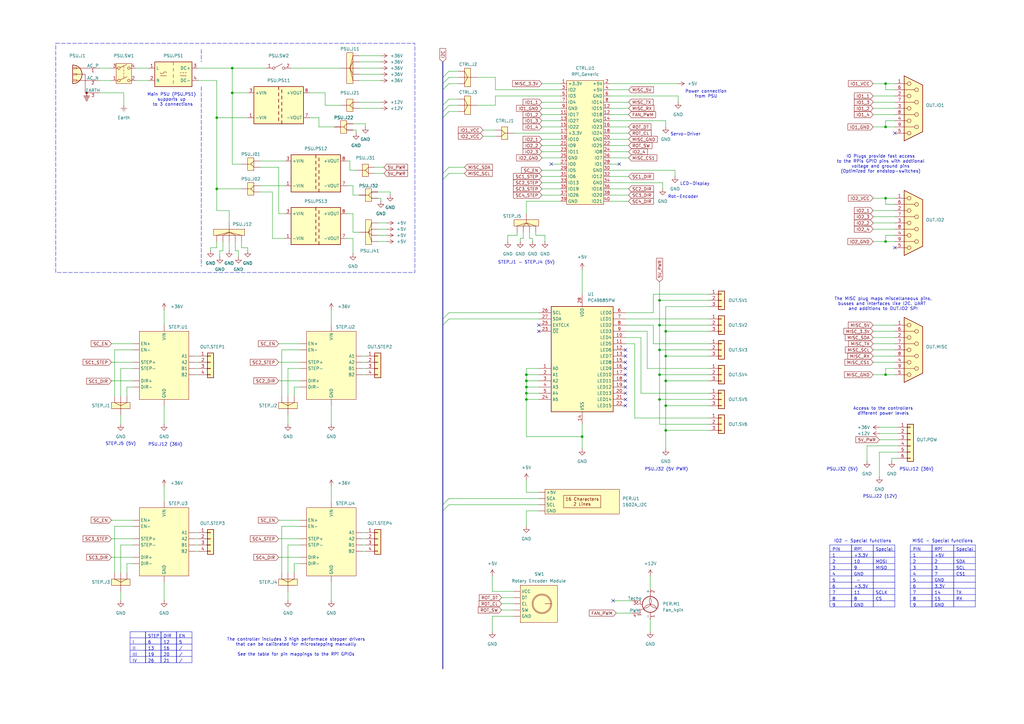
<source format=kicad_sch>
(kicad_sch (version 20250114) (generator "eeschema") (generator_version "9.0")
  (paper "A3")
  (title_block (title "RDX - Robot Driver Mk.X") (date "2026-02-15") (rev "1.0.0") (company "CornerLab") (comment 1 "Universal Robot Driver") (comment 2 "400W"))
  (rectangle (start 22.86 17.78) (end 170.18 111.76) (stroke (width 0) (type dash)))
  (text "Access to the controllers\ndifferent power levels" (at 362.204 168.656 0) (effects (font (size 1.27 1.27))))
  (text "IO Plugs provide fast access\nto the RPis GPIO pins with addtional\nvoltage and ground pins\n(Optimized for endstop-switches)" (at 361.188 67.31 0) (effects (font (size 1.27 1.27))))
  (text "Rot-Encoder" (at 280.162 80.772 0) (effects (font (size 1.27 1.27))))
  (text "The MISC plug maps miscellaneous pins,\nbusses and interfaces like I2C. UART \nand additions to OUT.IO2 SPI" (at 362.204 124.714 0) (effects (font (size 1.27 1.27))))
  (text "Main PSU (PSU.PS1) \nsupports up \nto 3 connections" (at 70.866 40.894 0) (effects (font (size 1.27 1.27))))
  (text "MISC - Special functions" (at 386.588 221.996 0) (effects (font (size 1.27 1.27))))
  (text "PSU.J22 (12V)" (at 360.934 203.708 0) (effects (font (size 1.27 1.27))))
  (text "IO2 - Special functions" (at 353.822 221.996 0) (effects (font (size 1.27 1.27))))
  (text "Power connection\nfrom PSU" (at 289.56 38.608 0) (effects (font (size 1.27 1.27))))
  (text "LCD-Display" (at 284.988 75.438 0) (effects (font (size 1.27 1.27))))
  (text "Servo-Driver" (at 281.178 55.118 0) (effects (font (size 1.27 1.27))))
  (text "PSU.J32 (5V)" (at 345.44 192.532 0) (effects (font (size 1.27 1.27))))
  (text "PSU.J32 (5V PWR)" (at 273.304 192.532 0) (effects (font (size 1.27 1.27))))
  (text "PSU.J12 (36V)" (at 375.92 192.532 0) (effects (font (size 1.27 1.27))))
  (text "The controller includes 3 high performace stepper drivers\nthat can be calibrated for microstepping manually\n\nSee the table for pin mappings to the RPi GPIOs" (at 121.412 265.43 0) (effects (font (size 1.27 1.27))))
  (text "STEP.J1 - STEP.J4 (5V)" (at 215.9 107.696 0) (effects (font (size 1.27 1.27))))
  (text "PSU.J12 (36V)" (at 67.818 182.372 0) (effects (font (size 1.27 1.27))))
  (text "STEP.J5 (5V)" (at 49.53 182.118 0) (effects (font (size 1.27 1.27))))
  (junction (at 270.51 133.35))
  (junction (at 363.22 34.29))
  (junction (at 88.9 77.47))
  (junction (at 273.05 156.21))
  (junction (at 363.22 153.67))
  (junction (at 270.51 143.51))
  (junction (at 270.51 163.83))
  (junction (at 88.9 48.26))
  (junction (at 363.22 99.06))
  (junction (at 95.25 27.94))
  (junction (at 273.05 176.53))
  (junction (at 273.05 146.05))
  (junction (at 270.51 123.19))
  (junction (at 215.9 158.75))
  (junction (at 238.76 179.07))
  (junction (at 215.9 153.67))
  (junction (at 95.25 38.1))
  (junction (at 215.9 161.29))
  (junction (at 363.22 52.07))
  (junction (at 363.22 81.28))
  (junction (at 215.9 156.21))
  (junction (at 273.05 166.37))
  (junction (at 215.9 163.83))
  (junction (at 270.51 153.67))
  (junction (at 273.05 135.89))
  (no_connect (at 367.03 101.6))
  (no_connect (at 256.54 148.59))
  (no_connect (at 256.54 161.29))
  (no_connect (at 220.98 133.35))
  (no_connect (at 367.03 54.61))
  (no_connect (at 251.46 246.38))
  (no_connect (at 256.54 143.51))
  (no_connect (at 256.54 163.83))
  (no_connect (at 256.54 166.37))
  (no_connect (at 256.54 153.67))
  (no_connect (at 226.06 67.31))
  (no_connect (at 254 67.31))
  (no_connect (at 256.54 151.13))
  (no_connect (at 220.98 135.89))
  (no_connect (at 256.54 158.75))
  (no_connect (at 256.54 156.21))
  (no_connect (at 256.54 146.05))
  (bus_entry (at 184.15 43.18) (size -2.54 2.54))
  (bus_entry (at 184.15 71.12) (size -2.54 2.54))
  (bus_entry (at 184.15 31.75) (size -2.54 2.54))
  (bus_entry (at 184.15 40.64) (size -2.54 2.54))
  (bus_entry (at 184.15 128.27) (size -2.54 2.54))
  (bus_entry (at 184.15 68.58) (size -2.54 2.54))
  (bus_entry (at 184.15 130.81) (size -2.54 2.54))
  (bus_entry (at 184.15 34.29) (size -2.54 2.54))
  (bus_entry (at 184.15 204.47) (size -2.54 2.54))
  (bus_entry (at 184.15 207.01) (size -2.54 2.54))
  (bus_entry (at 184.15 45.72) (size -2.54 2.54))
  (bus_entry (at 184.15 29.21) (size -2.54 2.54))
  (wire (pts (xy 250.19 62.23) (xy 257.81 62.23)))
  (wire (pts (xy 358.14 135.89) (xy 367.03 135.89)))
  (wire (pts (xy 222.25 69.85) (xy 229.87 69.85)))
  (wire (pts (xy 119.38 27.94) (xy 139.7 27.94)))
  (wire (pts (xy 276.86 69.85) (xy 250.19 69.85)))
  (wire (pts (xy 133.35 43.18) (xy 139.7 43.18)))
  (wire (pts (xy 250.19 72.39) (xy 257.81 72.39)))
  (wire (pts (xy 363.22 83.82) (xy 367.03 83.82)))
  (wire (pts (xy 88.9 77.47) (xy 99.06 77.47)))
  (wire (pts (xy 144.78 80.01) (xy 144.78 76.2)))
  (wire (pts (xy 146.05 53.34) (xy 146.05 54.61)))
  (wire (pts (xy 201.93 252.73) (xy 210.82 252.73)))
  (wire (pts (xy 80.01 148.59) (xy 81.28 148.59)))
  (wire (pts (xy 273.05 146.05) (xy 273.05 156.21)))
  (wire (pts (xy 80.01 226.06) (xy 81.28 226.06)))
  (wire (pts (xy 205.74 245.11) (xy 210.82 245.11)))
  (wire (pts (xy 46.99 143.51) (xy 54.61 143.51)))
  (wire (pts (xy 358.14 46.99) (xy 367.03 46.99)))
  (wire (pts (xy 266.7 254) (xy 266.7 259.08)))
  (wire (pts (xy 144.78 87.63) (xy 142.24 87.63)))
  (wire (pts (xy 148.59 218.44) (xy 149.86 218.44)))
  (wire (pts (xy 273.05 176.53) (xy 273.05 184.15)))
  (wire (pts (xy 251.46 246.38) (xy 259.08 246.38)))
  (wire (pts (xy 358.14 88.9) (xy 367.03 88.9)))
  (wire (pts (xy 114.3 87.63) (xy 116.84 87.63)))
  (wire (pts (xy 265.43 151.13) (xy 290.83 151.13)))
  (wire (pts (xy 88.9 33.02) (xy 81.28 33.02)))
  (wire (pts (xy 114.3 148.59) (xy 123.19 148.59)))
  (wire (pts (xy 99.06 99.06) (xy 99.06 101.6)))
  (wire (pts (xy 203.2 31.75) (xy 203.2 36.83)))
  (wire (pts (xy 260.35 171.45) (xy 290.83 171.45)))
  (wire (pts (xy 270.51 123.19) (xy 290.83 123.19)))
  (wire (pts (xy 250.19 41.91) (xy 257.81 41.91)))
  (wire (pts (xy 97.79 105.41) (xy 97.79 102.87)))
  (wire (pts (xy 184.15 130.81) (xy 220.98 130.81)))
  (wire (pts (xy 49.53 170.18) (xy 49.53 173.99)))
  (wire (pts (xy 118.11 170.18) (xy 118.11 173.99)))
  (wire (pts (xy 184.15 204.47) (xy 220.98 204.47)))
  (wire (pts (xy 271.78 77.47) (xy 271.78 74.93)))
  (wire (pts (xy 205.74 247.65) (xy 210.82 247.65)))
  (wire (pts (xy 238.76 179.07) (xy 238.76 184.15)))
  (wire (pts (xy 106.68 78.74) (xy 111.76 78.74)))
  (wire (pts (xy 52.07 234.95) (xy 52.07 231.14)))
  (wire (pts (xy 144.78 97.79) (xy 142.24 97.79)))
  (wire (pts (xy 250.19 74.93) (xy 271.78 74.93)))
  (wire (pts (xy 276.86 72.39) (xy 276.86 69.85)))
  (wire (pts (xy 55.88 27.94) (xy 60.96 27.94)))
  (wire (pts (xy 360.68 195.58) (xy 360.68 185.42)))
  (wire (pts (xy 80.01 220.98) (xy 81.28 220.98)))
  (wire (pts (xy 215.9 158.75) (xy 215.9 161.29)))
  (wire (pts (xy 260.35 140.97) (xy 260.35 171.45)))
  (wire (pts (xy 184.15 43.18) (xy 187.96 43.18)))
  (wire (pts (xy 238.76 110.49) (xy 238.76 120.65)))
  (wire (pts (xy 250.19 39.37) (xy 278.13 39.37)))
  (wire (pts (xy 270.51 133.35) (xy 270.51 143.51)))
  (wire (pts (xy 215.9 163.83) (xy 220.98 163.83)))
  (wire (pts (xy 215.9 179.07) (xy 238.76 179.07)))
  (wire (pts (xy 101.6 101.6) (xy 99.06 101.6)))
  (wire (pts (xy 93.98 99.06) (xy 93.98 102.87)))
  (wire (pts (xy 250.19 59.69) (xy 257.81 59.69)))
  (wire (pts (xy 95.25 67.31) (xy 99.06 67.31)))
  (wire (pts (xy 363.22 96.52) (xy 367.03 96.52)))
  (bus (pts (xy 181.61 31.75) (xy 181.61 34.29)))
  (wire (pts (xy 114.3 140.97) (xy 123.19 140.97)))
  (wire (pts (xy 273.05 135.89) (xy 290.83 135.89)))
  (wire (pts (xy 184.15 40.64) (xy 187.96 40.64)))
  (wire (pts (xy 115.57 234.95) (xy 115.57 215.9)))
  (wire (pts (xy 67.31 127) (xy 67.31 133.35)))
  (wire (pts (xy 208.28 96.52) (xy 212.09 96.52)))
  (wire (pts (xy 114.3 220.98) (xy 123.19 220.98)))
  (wire (pts (xy 52.07 231.14) (xy 54.61 231.14)))
  (wire (pts (xy 50.8 43.18) (xy 50.8 38.1)))
  (wire (pts (xy 262.89 161.29) (xy 290.83 161.29)))
  (wire (pts (xy 363.22 151.13) (xy 367.03 151.13)))
  (wire (pts (xy 358.14 52.07) (xy 363.22 52.07)))
  (wire (pts (xy 256.54 128.27) (xy 267.97 128.27)))
  (wire (pts (xy 363.22 153.67) (xy 367.03 153.67)))
  (wire (pts (xy 81.28 27.94) (xy 95.25 27.94)))
  (wire (pts (xy 267.97 120.65) (xy 267.97 128.27)))
  (wire (pts (xy 45.72 220.98) (xy 54.61 220.98)))
  (wire (pts (xy 144.78 53.34) (xy 146.05 53.34)))
  (wire (pts (xy 238.76 173.99) (xy 238.76 179.07)))
  (wire (pts (xy 93.98 86.36) (xy 88.9 86.36)))
  (wire (pts (xy 358.14 140.97) (xy 367.03 140.97)))
  (wire (pts (xy 154.94 99.06) (xy 158.75 99.06)))
  (wire (pts (xy 358.14 93.98) (xy 367.03 93.98)))
  (wire (pts (xy 273.05 125.73) (xy 290.83 125.73)))
  (wire (pts (xy 45.72 228.6) (xy 54.61 228.6)))
  (wire (pts (xy 273.05 125.73) (xy 273.05 135.89)))
  (wire (pts (xy 88.9 48.26) (xy 88.9 77.47)))
  (bus (pts (xy 181.61 45.72) (xy 181.61 48.26)))
  (wire (pts (xy 184.15 71.12) (xy 190.5 71.12)))
  (wire (pts (xy 184.15 45.72) (xy 187.96 45.72)))
  (wire (pts (xy 201.93 236.22) (xy 201.93 242.57)))
  (wire (pts (xy 135.89 127) (xy 135.89 133.35)))
  (wire (pts (xy 270.51 153.67) (xy 290.83 153.67)))
  (wire (pts (xy 358.14 99.06) (xy 363.22 99.06)))
  (wire (pts (xy 95.25 38.1) (xy 101.6 38.1)))
  (wire (pts (xy 363.22 34.29) (xy 367.03 34.29)))
  (wire (pts (xy 226.06 67.31) (xy 229.87 67.31)))
  (bus (pts (xy 181.61 43.18) (xy 181.61 45.72)))
  (wire (pts (xy 88.9 101.6) (xy 88.9 99.06)))
  (wire (pts (xy 80.01 223.52) (xy 81.28 223.52)))
  (wire (pts (xy 256.54 133.35) (xy 267.97 133.35)))
  (wire (pts (xy 49.53 242.57) (xy 49.53 246.38)))
  (wire (pts (xy 198.12 53.34) (xy 203.2 53.34)))
  (wire (pts (xy 358.14 34.29) (xy 363.22 34.29)))
  (wire (pts (xy 267.97 120.65) (xy 290.83 120.65)))
  (wire (pts (xy 118.11 223.52) (xy 123.19 223.52)))
  (wire (pts (xy 215.9 161.29) (xy 215.9 163.83)))
  (wire (pts (xy 154.94 78.74) (xy 160.02 78.74)))
  (wire (pts (xy 46.99 234.95) (xy 46.99 215.9)))
  (wire (pts (xy 222.25 72.39) (xy 229.87 72.39)))
  (wire (pts (xy 222.25 74.93) (xy 229.87 74.93)))
  (wire (pts (xy 52.07 162.56) (xy 52.07 158.75)))
  (wire (pts (xy 214.63 95.25) (xy 214.63 97.79)))
  (wire (pts (xy 80.01 153.67) (xy 81.28 153.67)))
  (wire (pts (xy 148.59 148.59) (xy 149.86 148.59)))
  (wire (pts (xy 55.88 33.02) (xy 60.96 33.02)))
  (wire (pts (xy 195.58 43.18) (xy 203.2 43.18)))
  (wire (pts (xy 256.54 140.97) (xy 260.35 140.97)))
  (bus (pts (xy 181.61 133.35) (xy 181.61 207.01)))
  (bus (pts (xy 181.61 71.12) (xy 181.61 73.66)))
  (wire (pts (xy 40.64 27.94) (xy 45.72 27.94)))
  (wire (pts (xy 45.72 148.59) (xy 54.61 148.59)))
  (wire (pts (xy 45.72 156.21) (xy 54.61 156.21)))
  (wire (pts (xy 114.3 156.21) (xy 123.19 156.21)))
  (wire (pts (xy 40.64 33.02) (xy 45.72 33.02)))
  (wire (pts (xy 250.19 52.07) (xy 257.81 52.07)))
  (wire (pts (xy 250.19 77.47) (xy 257.81 77.47)))
  (wire (pts (xy 184.15 68.58) (xy 190.5 68.58)))
  (wire (pts (xy 106.68 76.2) (xy 116.84 76.2)))
  (wire (pts (xy 147.32 25.4) (xy 156.21 25.4)))
  (wire (pts (xy 144.78 50.8) (xy 149.86 50.8)))
  (wire (pts (xy 184.15 31.75) (xy 187.96 31.75)))
  (wire (pts (xy 147.32 41.91) (xy 156.21 41.91)))
  (wire (pts (xy 215.9 153.67) (xy 220.98 153.67)))
  (wire (pts (xy 365.76 187.96) (xy 368.3 187.96)))
  (wire (pts (xy 201.93 259.08) (xy 201.93 252.73)))
  (wire (pts (xy 212.09 96.52) (xy 212.09 95.25)))
  (wire (pts (xy 222.25 62.23) (xy 229.87 62.23)))
  (wire (pts (xy 106.68 68.58) (xy 114.3 68.58)))
  (wire (pts (xy 147.32 22.86) (xy 156.21 22.86)))
  (wire (pts (xy 250.19 82.55) (xy 257.81 82.55)))
  (wire (pts (xy 358.14 86.36) (xy 367.03 86.36)))
  (wire (pts (xy 256.54 135.89) (xy 265.43 135.89)))
  (wire (pts (xy 229.87 39.37) (xy 203.2 39.37)))
  (wire (pts (xy 101.6 102.87) (xy 101.6 101.6)))
  (wire (pts (xy 147.32 33.02) (xy 156.21 33.02)))
  (wire (pts (xy 203.2 39.37) (xy 203.2 43.18)))
  (polyline (pts (xy 82.55 20.32) (xy 82.55 25.4)) (stroke (width 0) (type dash)))
  (wire (pts (xy 97.79 102.87) (xy 96.52 102.87)))
  (wire (pts (xy 273.05 166.37) (xy 290.83 166.37)))
  (wire (pts (xy 363.22 34.29) (xy 363.22 36.83)))
  (wire (pts (xy 222.25 80.01) (xy 229.87 80.01)))
  (wire (pts (xy 148.59 146.05) (xy 149.86 146.05)))
  (wire (pts (xy 120.65 231.14) (xy 123.19 231.14)))
  (wire (pts (xy 273.05 135.89) (xy 273.05 146.05)))
  (wire (pts (xy 250.19 54.61) (xy 257.81 54.61)))
  (wire (pts (xy 358.14 41.91) (xy 367.03 41.91)))
  (wire (pts (xy 250.19 64.77) (xy 257.81 64.77)))
  (wire (pts (xy 217.17 95.25) (xy 217.17 97.79)))
  (wire (pts (xy 118.11 162.56) (xy 118.11 151.13)))
  (wire (pts (xy 218.44 97.79) (xy 217.17 97.79)))
  (wire (pts (xy 358.14 81.28) (xy 363.22 81.28)))
  (wire (pts (xy 363.22 99.06) (xy 367.03 99.06)))
  (wire (pts (xy 215.9 161.29) (xy 220.98 161.29)))
  (wire (pts (xy 184.15 207.01) (xy 220.98 207.01)))
  (wire (pts (xy 144.78 76.2) (xy 142.24 76.2)))
  (wire (pts (xy 363.22 52.07) (xy 363.22 49.53)))
  (wire (pts (xy 45.72 140.97) (xy 54.61 140.97)))
  (wire (pts (xy 147.32 44.45) (xy 156.21 44.45)))
  (wire (pts (xy 363.22 81.28) (xy 367.03 81.28)))
  (wire (pts (xy 86.36 101.6) (xy 86.36 102.87)))
  (wire (pts (xy 218.44 99.06) (xy 218.44 97.79)))
  (wire (pts (xy 95.25 67.31) (xy 95.25 38.1)))
  (bus (pts (xy 181.61 34.29) (xy 181.61 36.83)))
  (wire (pts (xy 215.9 163.83) (xy 215.9 179.07)))
  (wire (pts (xy 252.73 251.46) (xy 259.08 251.46)))
  (wire (pts (xy 363.22 52.07) (xy 367.03 52.07)))
  (wire (pts (xy 270.51 153.67) (xy 270.51 163.83)))
  (wire (pts (xy 222.25 46.99) (xy 229.87 46.99)))
  (wire (pts (xy 222.25 57.15) (xy 229.87 57.15)))
  (wire (pts (xy 80.01 151.13) (xy 81.28 151.13)))
  (wire (pts (xy 355.6 182.88) (xy 368.3 182.88)))
  (wire (pts (xy 358.14 44.45) (xy 367.03 44.45)))
  (bus (pts (xy 181.61 130.81) (xy 181.61 133.35)))
  (wire (pts (xy 130.81 48.26) (xy 130.81 52.07)))
  (wire (pts (xy 250.19 80.01) (xy 257.81 80.01)))
  (wire (pts (xy 46.99 215.9) (xy 54.61 215.9)))
  (wire (pts (xy 363.22 99.06) (xy 363.22 96.52)))
  (wire (pts (xy 273.05 166.37) (xy 273.05 176.53)))
  (wire (pts (xy 219.71 96.52) (xy 223.52 96.52)))
  (wire (pts (xy 273.05 146.05) (xy 290.83 146.05)))
  (wire (pts (xy 273.05 156.21) (xy 273.05 166.37)))
  (wire (pts (xy 153.67 68.58) (xy 157.48 68.58)))
  (wire (pts (xy 267.97 140.97) (xy 290.83 140.97)))
  (wire (pts (xy 273.05 156.21) (xy 290.83 156.21)))
  (wire (pts (xy 278.13 39.37) (xy 278.13 41.91)))
  (wire (pts (xy 148.59 153.67) (xy 149.86 153.67)))
  (wire (pts (xy 144.78 95.25) (xy 144.78 87.63)))
  (wire (pts (xy 80.01 146.05) (xy 81.28 146.05)))
  (wire (pts (xy 222.25 41.91) (xy 229.87 41.91)))
  (wire (pts (xy 250.19 34.29) (xy 278.13 34.29)))
  (wire (pts (xy 154.94 81.28) (xy 156.21 81.28)))
  (wire (pts (xy 114.3 213.36) (xy 123.19 213.36)))
  (wire (pts (xy 149.86 50.8) (xy 149.86 52.07)))
  (wire (pts (xy 49.53 151.13) (xy 54.61 151.13)))
  (wire (pts (xy 95.25 27.94) (xy 109.22 27.94)))
  (wire (pts (xy 215.9 209.55) (xy 215.9 215.9)))
  (wire (pts (xy 215.9 151.13) (xy 215.9 153.67)))
  (wire (pts (xy 222.25 59.69) (xy 229.87 59.69)))
  (wire (pts (xy 45.72 213.36) (xy 54.61 213.36)))
  (wire (pts (xy 184.15 34.29) (xy 187.96 34.29)))
  (wire (pts (xy 250.19 46.99) (xy 257.81 46.99)))
  (wire (pts (xy 360.68 180.34) (xy 368.3 180.34)))
  (wire (pts (xy 358.14 143.51) (xy 367.03 143.51)))
  (wire (pts (xy 154.94 91.44) (xy 158.75 91.44)))
  (wire (pts (xy 358.14 146.05) (xy 367.03 146.05)))
  (wire (pts (xy 156.21 81.28) (xy 156.21 82.55)))
  (wire (pts (xy 88.9 86.36) (xy 88.9 77.47)))
  (wire (pts (xy 215.9 156.21) (xy 215.9 158.75)))
  (wire (pts (xy 147.32 80.01) (xy 144.78 80.01)))
  (wire (pts (xy 215.9 82.55) (xy 229.87 82.55)))
  (wire (pts (xy 363.22 36.83) (xy 367.03 36.83)))
  (wire (pts (xy 273.05 49.53) (xy 250.19 49.53)))
  (wire (pts (xy 115.57 215.9) (xy 123.19 215.9)))
  (wire (pts (xy 270.51 123.19) (xy 270.51 133.35)))
  (wire (pts (xy 91.44 102.87) (xy 91.44 99.06)))
  (wire (pts (xy 114.3 228.6) (xy 123.19 228.6)))
  (wire (pts (xy 270.51 143.51) (xy 290.83 143.51)))
  (wire (pts (xy 358.14 148.59) (xy 367.03 148.59)))
  (wire (pts (xy 86.36 101.6) (xy 88.9 101.6)))
  (wire (pts (xy 90.17 105.41) (xy 90.17 102.87)))
  (wire (pts (xy 360.68 185.42) (xy 368.3 185.42)))
  (wire (pts (xy 358.14 39.37) (xy 367.03 39.37)))
  (wire (pts (xy 363.22 49.53) (xy 367.03 49.53)))
  (wire (pts (xy 96.52 102.87) (xy 96.52 99.06)))
  (wire (pts (xy 80.01 218.44) (xy 81.28 218.44)))
  (wire (pts (xy 49.53 234.95) (xy 49.53 223.52)))
  (wire (pts (xy 52.07 158.75) (xy 54.61 158.75)))
  (bus (pts (xy 181.61 73.66) (xy 181.61 130.81)))
  (wire (pts (xy 273.05 176.53) (xy 290.83 176.53)))
  (wire (pts (xy 115.57 143.51) (xy 123.19 143.51)))
  (wire (pts (xy 215.9 196.85) (xy 215.9 201.93)))
  (wire (pts (xy 88.9 48.26) (xy 101.6 48.26)))
  (wire (pts (xy 210.82 54.61) (xy 229.87 54.61)))
  (bus (pts (xy 181.61 207.01) (xy 181.61 209.55)))
  (wire (pts (xy 120.65 158.75) (xy 123.19 158.75)))
  (wire (pts (xy 220.98 151.13) (xy 215.9 151.13)))
  (wire (pts (xy 270.51 115.57) (xy 270.51 123.19)))
  (wire (pts (xy 222.25 44.45) (xy 229.87 44.45)))
  (polyline (pts (xy 82.55 35.56) (xy 82.55 109.22)) (stroke (width 0) (type dash)))
  (bus (pts (xy 181.61 48.26) (xy 181.61 71.12)))
  (wire (pts (xy 143.51 66.04) (xy 142.24 66.04)))
  (wire (pts (xy 270.51 163.83) (xy 290.83 163.83)))
  (wire (pts (xy 130.81 52.07) (xy 137.16 52.07)))
  (wire (pts (xy 148.59 223.52) (xy 149.86 223.52)))
  (wire (pts (xy 365.76 189.23) (xy 365.76 187.96)))
  (wire (pts (xy 358.14 91.44) (xy 367.03 91.44)))
  (wire (pts (xy 118.11 151.13) (xy 123.19 151.13)))
  (wire (pts (xy 147.32 27.94) (xy 156.21 27.94)))
  (wire (pts (xy 144.78 95.25) (xy 147.32 95.25)))
  (wire (pts (xy 215.9 153.67) (xy 215.9 156.21)))
  (wire (pts (xy 127 38.1) (xy 133.35 38.1)))
  (wire (pts (xy 67.31 199.39) (xy 67.31 205.74)))
  (wire (pts (xy 88.9 48.26) (xy 88.9 33.02)))
  (wire (pts (xy 118.11 242.57) (xy 118.11 246.38)))
  (wire (pts (xy 49.53 223.52) (xy 54.61 223.52)))
  (wire (pts (xy 135.89 199.39) (xy 135.89 205.74)))
  (wire (pts (xy 144.78 104.14) (xy 144.78 97.79)))
  (wire (pts (xy 153.67 71.12) (xy 157.48 71.12)))
  (wire (pts (xy 250.19 36.83) (xy 257.81 36.83)))
  (wire (pts (xy 95.25 27.94) (xy 95.25 38.1)))
  (wire (pts (xy 133.35 38.1) (xy 133.35 43.18)))
  (wire (pts (xy 184.15 29.21) (xy 187.96 29.21)))
  (wire (pts (xy 120.65 162.56) (xy 120.65 158.75)))
  (wire (pts (xy 67.31 238.76) (xy 67.31 246.38)))
  (wire (pts (xy 363.22 81.28) (xy 363.22 83.82)))
  (wire (pts (xy 115.57 162.56) (xy 115.57 143.51)))
  (bus (pts (xy 181.61 209.55) (xy 181.61 274.32)))
  (wire (pts (xy 49.53 162.56) (xy 49.53 151.13)))
  (wire (pts (xy 222.25 49.53) (xy 229.87 49.53)))
  (wire (pts (xy 148.59 220.98) (xy 149.86 220.98)))
  (wire (pts (xy 223.52 96.52) (xy 223.52 99.06)))
  (wire (pts (xy 222.25 64.77) (xy 229.87 64.77)))
  (wire (pts (xy 358.14 138.43) (xy 367.03 138.43)))
  (wire (pts (xy 148.59 226.06) (xy 149.86 226.06)))
  (wire (pts (xy 143.51 69.85) (xy 143.51 66.04)))
  (wire (pts (xy 111.76 97.79) (xy 116.84 97.79)))
  (wire (pts (xy 215.9 158.75) (xy 220.98 158.75)))
  (wire (pts (xy 120.65 234.95) (xy 120.65 231.14)))
  (wire (pts (xy 213.36 97.79) (xy 214.63 97.79)))
  (wire (pts (xy 265.43 135.89) (xy 265.43 151.13)))
  (wire (pts (xy 266.7 236.22) (xy 266.7 241.3)))
  (wire (pts (xy 198.12 55.88) (xy 203.2 55.88)))
  (wire (pts (xy 256.54 130.81) (xy 290.83 130.81)))
  (wire (pts (xy 262.89 138.43) (xy 262.89 161.29)))
  (wire (pts (xy 222.25 34.29) (xy 229.87 34.29)))
  (wire (pts (xy 222.25 77.47) (xy 229.87 77.47)))
  (wire (pts (xy 130.81 48.26) (xy 127 48.26)))
  (wire (pts (xy 213.36 99.06) (xy 213.36 97.79)))
  (wire (pts (xy 111.76 78.74) (xy 111.76 97.79)))
  (wire (pts (xy 201.93 242.57) (xy 210.82 242.57)))
  (wire (pts (xy 215.9 156.21) (xy 220.98 156.21)))
  (wire (pts (xy 215.9 209.55) (xy 220.98 209.55)))
  (wire (pts (xy 360.68 177.8) (xy 368.3 177.8)))
  (bus (pts (xy 181.61 25.4) (xy 181.61 31.75)))
  (wire (pts (xy 195.58 31.75) (xy 203.2 31.75)))
  (wire (pts (xy 267.97 133.35) (xy 267.97 140.97)))
  (wire (pts (xy 270.51 133.35) (xy 290.83 133.35)))
  (wire (pts (xy 273.05 52.07) (xy 273.05 49.53)))
  (wire (pts (xy 256.54 138.43) (xy 262.89 138.43)))
  (wire (pts (xy 114.3 68.58) (xy 114.3 87.63)))
  (wire (pts (xy 203.2 36.83) (xy 229.87 36.83)))
  (wire (pts (xy 355.6 189.23) (xy 355.6 182.88)))
  (wire (pts (xy 154.94 93.98) (xy 158.75 93.98)))
  (wire (pts (xy 67.31 166.37) (xy 67.31 173.99)))
  (wire (pts (xy 148.59 151.13) (xy 149.86 151.13)))
  (wire (pts (xy 270.51 163.83) (xy 270.51 173.99)))
  (wire (pts (xy 358.14 153.67) (xy 363.22 153.67)))
  (wire (pts (xy 358.14 133.35) (xy 367.03 133.35)))
  (wire (pts (xy 118.11 234.95) (xy 118.11 223.52)))
  (wire (pts (xy 135.89 166.37) (xy 135.89 173.99)))
  (wire (pts (xy 222.25 52.07) (xy 229.87 52.07)))
  (bus (pts (xy 181.61 36.83) (xy 181.61 43.18)))
  (wire (pts (xy 90.17 102.87) (xy 91.44 102.87)))
  (wire (pts (xy 106.68 66.04) (xy 116.84 66.04)))
  (wire (pts (xy 147.32 30.48) (xy 156.21 30.48)))
  (wire (pts (xy 184.15 128.27) (xy 220.98 128.27)))
  (wire (pts (xy 50.8 38.1) (xy 40.64 38.1)))
  (wire (pts (xy 363.22 153.67) (xy 363.22 151.13)))
  (wire (pts (xy 215.9 201.93) (xy 220.98 201.93)))
  (wire (pts (xy 360.68 175.26) (xy 368.3 175.26)))
  (wire (pts (xy 270.51 143.51) (xy 270.51 153.67)))
  (wire (pts (xy 143.51 69.85) (xy 146.05 69.85)))
  (wire (pts (xy 93.98 91.44) (xy 93.98 86.36)))
  (wire (pts (xy 160.02 78.74) (xy 160.02 80.01)))
  (wire (pts (xy 215.9 87.63) (xy 215.9 82.55)))
  (wire (pts (xy 250.19 44.45) (xy 257.81 44.45)))
  (wire (pts (xy 135.89 238.76) (xy 135.89 246.38)))
  (wire (pts (xy 208.28 99.06) (xy 208.28 96.52)))
  (wire (pts (xy 250.19 67.31) (xy 254 67.31)))
  (wire (pts (xy 270.51 173.99) (xy 290.83 173.99)))
  (wire (pts (xy 250.19 57.15) (xy 257.81 57.15)))
  (wire (pts (xy 154.94 96.52) (xy 158.75 96.52)))
  (wire (pts (xy 46.99 162.56) (xy 46.99 143.51)))
  (wire (pts (xy 205.74 250.19) (xy 210.82 250.19)))
  (wire (pts (xy 219.71 95.25) (xy 219.71 96.52)))
  (table (column_count 1) (border (external yes) (header yes)) (separators (rows yes) (cols yes)) (column_widths 6.35) (row_heights 2.54 2.54 2.54 2.54 2.54) (cells (table_cell "DIR" (at 66.04 259.08 0) (size 6.35 2.54) (margins 0.9525 0.9525 0.9525 0.9525) (span 1 1)) (table_cell "12" (at 66.04 261.62 0) (size 6.35 2.54) (margins 0.9525 0.9525 0.9525 0.9525) (span 1 1)) (table_cell "16" (at 66.04 264.16 0) (size 6.35 2.54) (margins 0.9525 0.9525 0.9525 0.9525) (span 1 1)) (table_cell "20" (at 66.04 266.7 0) (size 6.35 2.54) (margins 0.9525 0.9525 0.9525 0.9525) (span 1 1)) (table_cell "21" (at 66.04 269.24 0) (size 6.35 2.54) (margins 0.9525 0.9525 0.9525 0.9525) (span 1 1))))
  (table (column_count 1) (border (external yes) (header yes)) (separators (rows yes) (cols yes)) (column_widths 6.35) (row_heights 2.54 2.54 2.54 2.54 2.54) (cells (table_cell "STEP" (at 59.69 259.08 0) (size 6.35 2.54) (margins 0.9525 0.9525 0.9525 0.9525) (span 1 1)) (table_cell "6" (at 59.69 261.62 0) (size 6.35 2.54) (margins 0.9525 0.9525 0.9525 0.9525) (span 1 1)) (table_cell "13" (at 59.69 264.16 0) (size 6.35 2.54) (margins 0.9525 0.9525 0.9525 0.9525) (span 1 1)) (table_cell "19" (at 59.69 266.7 0) (size 6.35 2.54) (margins 0.9525 0.9525 0.9525 0.9525) (span 1 1)) (table_cell "26" (at 59.69 269.24 0) (size 6.35 2.54) (margins 0.9525 0.9525 0.9525 0.9525) (span 1 1))))
  (table (column_count 1) (border (external yes) (header yes)) (separators (rows yes) (cols yes)) (column_widths 6.35) (row_heights 2.54 2.54 2.54 2.54 2.54) (cells (table_cell "" (at 53.34 259.08 0) (size 6.35 2.54) (margins 0.9525 0.9525 0.9525 0.9525) (span 1 1)) (table_cell "I" (at 53.34 261.62 0) (size 6.35 2.54) (margins 0.9525 0.9525 0.9525 0.9525) (span 1 1)) (table_cell "II" (at 53.34 264.16 0) (size 6.35 2.54) (margins 0.9525 0.9525 0.9525 0.9525) (span 1 1)) (table_cell "III" (at 53.34 266.7 0) (size 6.35 2.54) (margins 0.9525 0.9525 0.9525 0.9525) (span 1 1)) (table_cell "IV" (at 53.34 269.24 0) (size 6.35 2.54) (margins 0.9525 0.9525 0.9525 0.9525) (span 1 1))))
  (table (column_count 1) (border (external yes) (header yes)) (separators (rows yes) (cols yes)) (column_widths 6.35) (row_heights 2.54 2.54 2.54 2.54 2.54) (cells (table_cell "EN" (at 72.39 259.08 0) (size 6.35 2.54) (margins 0.9525 0.9525 0.9525 0.9525) (span 1 1)) (table_cell "5" (at 72.39 261.62 0) (size 6.35 2.54) (margins 0.9525 0.9525 0.9525 0.9525) (span 1 1)) (table_cell "/" (at 72.39 264.16 0) (size 6.35 2.54) (margins 0.9525 0.9525 0.9525 0.9525) (span 1 1)) (table_cell "/" (at 72.39 266.7 0) (size 6.35 2.54) (margins 0.9525 0.9525 0.9525 0.9525) (span 1 1)) (table_cell "/" (at 72.39 269.24 0) (size 6.35 2.54) (margins 0.9525 0.9525 0.9525 0.9525) (span 1 1))))
  (table (column_count 1) (border (external yes) (header yes)) (separators (rows yes) (cols yes)) (column_widths 8.89) (row_heights 2.54 2.54 2.54 2.54 2.54 2.54 2.54 2.54 2.54 2.54) (cells (table_cell "Special" (at 391.16 223.52 0) (size 8.89 2.54) (margins 0.9525 0.9525 0.9525 0.9525) (span 1 1)) (table_cell "" (at 391.16 226.06 0) (size 8.89 2.54) (margins 0.9525 0.9525 0.9525 0.9525) (span 1 1)) (table_cell "SDA" (at 391.16 228.6 0) (size 8.89 2.54) (margins 0.9525 0.9525 0.9525 0.9525) (span 1 1)) (table_cell "SCL" (at 391.16 231.14 0) (size 8.89 2.54) (margins 0.9525 0.9525 0.9525 0.9525) (span 1 1)) (table_cell "CS1" (at 391.16 233.68 0) (size 8.89 2.54) (margins 0.9525 0.9525 0.9525 0.9525) (span 1 1)) (table_cell "" (at 391.16 236.22 0) (size 8.89 2.54) (margins 0.9525 0.9525 0.9525 0.9525) (span 1 1)) (table_cell "" (at 391.16 238.76 0) (size 8.89 2.54) (margins 0.9525 0.9525 0.9525 0.9525) (span 1 1)) (table_cell "TX" (at 391.16 241.3 0) (size 8.89 2.54) (margins 0.9525 0.9525 0.9525 0.9525) (span 1 1)) (table_cell "RX" (at 391.16 243.84 0) (size 8.89 2.54) (margins 0.9525 0.9525 0.9525 0.9525) (span 1 1)) (table_cell "" (at 391.16 246.38 0) (size 8.89 2.54) (margins 0.9525 0.9525 0.9525 0.9525) (span 1 1))))
  (table (column_count 1) (border (external yes) (header yes)) (separators (rows yes) (cols yes)) (column_widths 8.89) (row_heights 2.54 2.54 2.54 2.54 2.54 2.54 2.54 2.54 2.54 2.54) (cells (table_cell "PIN" (at 340.36 223.52 0) (size 8.89 2.54) (margins 0.9525 0.9525 0.9525 0.9525) (span 1 1)) (table_cell "1" (at 340.36 226.06 0) (size 8.89 2.54) (margins 0.9525 0.9525 0.9525 0.9525) (span 1 1)) (table_cell "2" (at 340.36 228.6 0) (size 8.89 2.54) (margins 0.9525 0.9525 0.9525 0.9525) (span 1 1)) (table_cell "3" (at 340.36 231.14 0) (size 8.89 2.54) (margins 0.9525 0.9525 0.9525 0.9525) (span 1 1)) (table_cell "4" (at 340.36 233.68 0) (size 8.89 2.54) (margins 0.9525 0.9525 0.9525 0.9525) (span 1 1)) (table_cell "5" (at 340.36 236.22 0) (size 8.89 2.54) (margins 0.9525 0.9525 0.9525 0.9525) (span 1 1)) (table_cell "6" (at 340.36 238.76 0) (size 8.89 2.54) (margins 0.9525 0.9525 0.9525 0.9525) (span 1 1)) (table_cell "7" (at 340.36 241.3 0) (size 8.89 2.54) (margins 0.9525 0.9525 0.9525 0.9525) (span 1 1)) (table_cell "8" (at 340.36 243.84 0) (size 8.89 2.54) (margins 0.9525 0.9525 0.9525 0.9525) (span 1 1)) (table_cell "9" (at 340.36 246.38 0) (size 8.89 2.54) (margins 0.9525 0.9525 0.9525 0.9525) (span 1 1))))
  (table (column_count 1) (border (external yes) (header yes)) (separators (rows yes) (cols yes)) (column_widths 8.89) (row_heights 2.54 2.54 2.54 2.54 2.54 2.54 2.54 2.54 2.54 2.54) (cells (table_cell "PIN" (at 373.38 223.52 0) (size 8.89 2.54) (margins 0.9525 0.9525 0.9525 0.9525) (span 1 1)) (table_cell "1" (at 373.38 226.06 0) (size 8.89 2.54) (margins 0.9525 0.9525 0.9525 0.9525) (span 1 1)) (table_cell "2" (at 373.38 228.6 0) (size 8.89 2.54) (margins 0.9525 0.9525 0.9525 0.9525) (span 1 1)) (table_cell "3" (at 373.38 231.14 0) (size 8.89 2.54) (margins 0.9525 0.9525 0.9525 0.9525) (span 1 1)) (table_cell "4" (at 373.38 233.68 0) (size 8.89 2.54) (margins 0.9525 0.9525 0.9525 0.9525) (span 1 1)) (table_cell "5" (at 373.38 236.22 0) (size 8.89 2.54) (margins 0.9525 0.9525 0.9525 0.9525) (span 1 1)) (table_cell "6" (at 373.38 238.76 0) (size 8.89 2.54) (margins 0.9525 0.9525 0.9525 0.9525) (span 1 1)) (table_cell "7" (at 373.38 241.3 0) (size 8.89 2.54) (margins 0.9525 0.9525 0.9525 0.9525) (span 1 1)) (table_cell "8" (at 373.38 243.84 0) (size 8.89 2.54) (margins 0.9525 0.9525 0.9525 0.9525) (span 1 1)) (table_cell "9" (at 373.38 246.38 0) (size 8.89 2.54) (margins 0.9525 0.9525 0.9525 0.9525) (span 1 1))))
  (table (column_count 1) (border (external yes) (header yes)) (separators (rows yes) (cols yes)) (column_widths 8.89) (row_heights 2.54 2.54 2.54 2.54 2.54 2.54 2.54 2.54 2.54 2.54) (cells (table_cell "RPi" (at 382.27 223.52 0) (size 8.89 2.54) (margins 0.9525 0.9525 0.9525 0.9525) (span 1 1)) (table_cell "+5V" (at 382.27 226.06 0) (size 8.89 2.54) (margins 0.9525 0.9525 0.9525 0.9525) (span 1 1)) (table_cell "2" (at 382.27 228.6 0) (size 8.89 2.54) (margins 0.9525 0.9525 0.9525 0.9525) (span 1 1)) (table_cell "3" (at 382.27 231.14 0) (size 8.89 2.54) (margins 0.9525 0.9525 0.9525 0.9525) (span 1 1)) (table_cell "7" (at 382.27 233.68 0) (size 8.89 2.54) (margins 0.9525 0.9525 0.9525 0.9525) (span 1 1)) (table_cell "GND" (at 382.27 236.22 0) (size 8.89 2.54) (margins 0.9525 0.9525 0.9525 0.9525) (span 1 1)) (table_cell "3.3V" (at 382.27 238.76 0) (size 8.89 2.54) (margins 0.9525 0.9525 0.9525 0.9525) (span 1 1)) (table_cell "14" (at 382.27 241.3 0) (size 8.89 2.54) (margins 0.9525 0.9525 0.9525 0.9525) (span 1 1)) (table_cell "15" (at 382.27 243.84 0) (size 8.89 2.54) (margins 0.9525 0.9525 0.9525 0.9525) (span 1 1)) (table_cell "GND" (at 382.27 246.38 0) (size 8.89 2.54) (margins 0.9525 0.9525 0.9525 0.9525) (span 1 1))))
  (table (column_count 1) (border (external yes) (header yes)) (separators (rows yes) (cols yes)) (column_widths 8.89) (row_heights 2.54 2.54 2.54 2.54 2.54 2.54 2.54 2.54 2.54 2.54) (cells (table_cell "Special" (at 358.14 223.52 0) (size 8.89 2.54) (margins 0.9525 0.9525 0.9525 0.9525) (span 1 1)) (table_cell "" (at 358.14 226.06 0) (size 8.89 2.54) (margins 0.9525 0.9525 0.9525 0.9525) (span 1 1)) (table_cell "MOSI" (at 358.14 228.6 0) (size 8.89 2.54) (margins 0.9525 0.9525 0.9525 0.9525) (span 1 1)) (table_cell "MISO" (at 358.14 231.14 0) (size 8.89 2.54) (margins 0.9525 0.9525 0.9525 0.9525) (span 1 1)) (table_cell "" (at 358.14 233.68 0) (size 8.89 2.54) (margins 0.9525 0.9525 0.9525 0.9525) (span 1 1)) (table_cell "" (at 358.14 236.22 0) (size 8.89 2.54) (margins 0.9525 0.9525 0.9525 0.9525) (span 1 1)) (table_cell "" (at 358.14 238.76 0) (size 8.89 2.54) (margins 0.9525 0.9525 0.9525 0.9525) (span 1 1)) (table_cell "SCLK" (at 358.14 241.3 0) (size 8.89 2.54) (margins 0.9525 0.9525 0.9525 0.9525) (span 1 1)) (table_cell "CS" (at 358.14 243.84 0) (size 8.89 2.54) (margins 0.9525 0.9525 0.9525 0.9525) (span 1 1)) (table_cell "" (at 358.14 246.38 0) (size 8.89 2.54) (margins 0.9525 0.9525 0.9525 0.9525) (span 1 1))))
  (table (column_count 1) (border (external yes) (header yes)) (separators (rows yes) (cols yes)) (column_widths 8.89) (row_heights 2.54 2.54 2.54 2.54 2.54 2.54 2.54 2.54 2.54 2.54) (cells (table_cell "RPi" (at 349.25 223.52 0) (size 8.89 2.54) (margins 0.9525 0.9525 0.9525 0.9525) (span 1 1)) (table_cell "+3.3V" (at 349.25 226.06 0) (size 8.89 2.54) (margins 0.9525 0.9525 0.9525 0.9525) (span 1 1)) (table_cell "10" (at 349.25 228.6 0) (size 8.89 2.54) (margins 0.9525 0.9525 0.9525 0.9525) (span 1 1)) (table_cell "9" (at 349.25 231.14 0) (size 8.89 2.54) (margins 0.9525 0.9525 0.9525 0.9525) (span 1 1)) (table_cell "GND" (at 349.25 233.68 0) (size 8.89 2.54) (margins 0.9525 0.9525 0.9525 0.9525) (span 1 1)) (table_cell " - " (at 349.25 236.22 0) (size 8.89 2.54) (margins 0.9525 0.9525 0.9525 0.9525) (span 1 1)) (table_cell "+3.3V" (at 349.25 238.76 0) (size 8.89 2.54) (margins 0.9525 0.9525 0.9525 0.9525) (span 1 1)) (table_cell "11" (at 349.25 241.3 0) (size 8.89 2.54) (margins 0.9525 0.9525 0.9525 0.9525) (span 1 1)) (table_cell "8" (at 349.25 243.84 0) (size 8.89 2.54) (margins 0.9525 0.9525 0.9525 0.9525) (span 1 1)) (table_cell "GND" (at 349.25 246.38 0) (size 8.89 2.54) (margins 0.9525 0.9525 0.9525 0.9525) (span 1 1))))
  (global_label "MISC_TX" (shape input) (at 257.81 41.91 0) (property "Intersheetrefs" "${INTERSHEET_REFS}" (effects (hide yes))))
  (global_label "IO2_3" (shape input) (at 358.14 88.9 180) (property "Intersheetrefs" "${INTERSHEET_REFS}" (effects (hide yes))))
  (global_label "ROT_CL" (shape input) (at 205.74 247.65 180) (property "Intersheetrefs" "${INTERSHEET_REFS}" (effects (hide yes))))
  (global_label "IO2_VCC" (shape input) (at 358.14 81.28 180) (property "Intersheetrefs" "${INTERSHEET_REFS}" (effects (hide yes))))
  (global_label "IO2_2" (shape input) (at 358.14 91.44 180) (property "Intersheetrefs" "${INTERSHEET_REFS}" (effects (hide yes))))
  (global_label "IO2_1" (shape input) (at 222.25 57.15 180) (property "Intersheetrefs" "${INTERSHEET_REFS}" (effects (hide yes))))
  (global_label "FAN_PWM" (shape input) (at 257.81 46.99 0) (property "Intersheetrefs" "${INTERSHEET_REFS}" (effects (hide yes))))
  (global_label "MISC_TX" (shape input) (at 358.14 140.97 180) (property "Intersheetrefs" "${INTERSHEET_REFS}" (effects (hide yes))))
  (global_label "IO2_4" (shape input) (at 257.81 62.23 0) (property "Intersheetrefs" "${INTERSHEET_REFS}" (effects (hide yes))))
  (global_label "SC2_STEP" (shape input) (at 222.25 74.93 180) (property "Intersheetrefs" "${INTERSHEET_REFS}" (effects (hide yes))))
  (global_label "5V_PWR" (shape input) (at 270.51 115.57 90) (property "Intersheetrefs" "${INTERSHEET_REFS}" (effects (hide yes))))
  (global_label "IO1_2" (shape input) (at 358.14 44.45 180) (property "Intersheetrefs" "${INTERSHEET_REFS}" (effects (hide yes))))
  (global_label "IO1_GND" (shape input) (at 222.25 44.45 180) (property "Intersheetrefs" "${INTERSHEET_REFS}" (effects (hide yes))))
  (global_label "MISC_RX" (shape input) (at 358.14 146.05 180) (property "Intersheetrefs" "${INTERSHEET_REFS}" (effects (hide yes))))
  (global_label "IO2_1" (shape input) (at 358.14 86.36 180) (property "Intersheetrefs" "${INTERSHEET_REFS}" (effects (hide yes))))
  (global_label "IO1_GND" (shape input) (at 358.14 52.07 180) (property "Intersheetrefs" "${INTERSHEET_REFS}" (effects (hide yes))))
  (global_label "SC_EN" (shape input) (at 114.3 213.36 180) (property "Intersheetrefs" "${INTERSHEET_REFS}" (effects (hide yes))))
  (global_label "SC3_DIR" (shape input) (at 257.81 80.01 0) (property "Intersheetrefs" "${INTERSHEET_REFS}" (effects (hide yes))))
  (global_label "IO1_4" (shape input) (at 358.14 46.99 180) (property "Intersheetrefs" "${INTERSHEET_REFS}" (effects (hide yes))))
  (global_label "IO1_1" (shape input) (at 222.25 41.91 180) (property "Intersheetrefs" "${INTERSHEET_REFS}" (effects (hide yes))))
  (global_label "IO2_3" (shape input) (at 222.25 62.23 180) (property "Intersheetrefs" "${INTERSHEET_REFS}" (effects (hide yes))))
  (global_label "SC_EN" (shape input) (at 114.3 140.97 180) (property "Intersheetrefs" "${INTERSHEET_REFS}" (effects (hide yes))))
  (global_label "MISC_GND" (shape input) (at 257.81 57.15 0) (property "Intersheetrefs" "${INTERSHEET_REFS}" (effects (hide yes))))
  (global_label "ROT_CL" (shape input) (at 257.81 54.61 0) (property "Intersheetrefs" "${INTERSHEET_REFS}" (effects (hide yes))))
  (global_label "SC3_STEP" (shape input) (at 45.72 220.98 180) (property "Intersheetrefs" "${INTERSHEET_REFS}" (effects (hide yes))))
  (global_label "MISC_SDA" (shape input) (at 190.5 68.58 0) (property "Intersheetrefs" "${INTERSHEET_REFS}" (effects (hide yes))))
  (global_label "MISC_SDA" (shape input) (at 358.14 138.43 180) (property "Intersheetrefs" "${INTERSHEET_REFS}" (effects (hide yes))))
  (global_label "IO1_2" (shape input) (at 222.25 46.99 180) (property "Intersheetrefs" "${INTERSHEET_REFS}" (effects (hide yes))))
  (global_label "IO2_4" (shape input) (at 358.14 93.98 180) (property "Intersheetrefs" "${INTERSHEET_REFS}" (effects (hide yes))))
  (global_label "IO1_3" (shape input) (at 358.14 41.91 180) (property "Intersheetrefs" "${INTERSHEET_REFS}" (effects (hide yes))))
  (global_label "SC4_DIR" (shape input) (at 114.3 228.6 180) (property "Intersheetrefs" "${INTERSHEET_REFS}" (effects (hide yes))))
  (global_label "5V_PWR" (shape input) (at 157.48 68.58 0) (property "Intersheetrefs" "${INTERSHEET_REFS}" (effects (hide yes))))
  (global_label "5V_PWR" (shape input) (at 157.48 71.12 0) (property "Intersheetrefs" "${INTERSHEET_REFS}" (effects (hide yes))))
  (global_label "IO1_4" (shape input) (at 222.25 52.07 180) (property "Intersheetrefs" "${INTERSHEET_REFS}" (effects (hide yes))))
  (global_label "IO2_VCC" (shape input) (at 198.12 55.88 180) (property "Intersheetrefs" "${INTERSHEET_REFS}" (effects (hide yes))))
  (global_label "MISC_3.3V" (shape input) (at 358.14 135.89 180) (property "Intersheetrefs" "${INTERSHEET_REFS}" (effects (hide yes))))
  (global_label "IO1_VCC" (shape input) (at 358.14 34.29 180) (property "Intersheetrefs" "${INTERSHEET_REFS}" (effects (hide yes))))
  (global_label "SC1_DIR" (shape input) (at 45.72 156.3488 180) (property "Intersheetrefs" "${INTERSHEET_REFS}" (effects (hide yes))))
  (global_label "MISC_RX" (shape input) (at 257.81 44.45 0) (property "Intersheetrefs" "${INTERSHEET_REFS}" (effects (hide yes))))
  (global_label "SC4_DIR" (shape input) (at 257.81 82.55 0) (property "Intersheetrefs" "${INTERSHEET_REFS}" (effects (hide yes))))
  (global_label "SC2_DIR" (shape input) (at 114.3 156.21 180) (property "Intersheetrefs" "${INTERSHEET_REFS}" (effects (hide yes))))
  (global_label "MISC_3.3V" (shape input) (at 222.25 34.29 180) (property "Intersheetrefs" "${INTERSHEET_REFS}" (effects (hide yes))))
  (global_label "SC_EN" (shape input) (at 222.25 69.85 180) (property "Intersheetrefs" "${INTERSHEET_REFS}" (effects (hide yes))))
  (global_label "IO2_GND" (shape input) (at 358.14 99.06 180) (property "Intersheetrefs" "${INTERSHEET_REFS}" (effects (hide yes))))
  (global_label "SC3_DIR" (shape input) (at 45.72 228.6 180) (property "Intersheetrefs" "${INTERSHEET_REFS}" (effects (hide yes))))
  (global_label "ROT_SW" (shape input) (at 257.81 59.69 0) (property "Intersheetrefs" "${INTERSHEET_REFS}" (effects (hide yes))))
  (global_label "MISC_SCL" (shape input) (at 358.14 143.51 180) (property "Intersheetrefs" "${INTERSHEET_REFS}" (effects (hide yes))))
  (global_label "MISC_5V" (shape input) (at 257.81 36.83 0) (property "Intersheetrefs" "${INTERSHEET_REFS}" (effects (hide yes))))
  (global_label "SC1_STEP" (shape input) (at 45.72 148.59 180) (property "Intersheetrefs" "${INTERSHEET_REFS}" (effects (hide yes))))
  (global_label "I2C" (shape input) (at 181.61 25.4 90) (property "Intersheetrefs" "${INTERSHEET_REFS}" (effects (hide yes))))
  (global_label "ROT_SW" (shape input) (at 205.74 250.19 180) (property "Intersheetrefs" "${INTERSHEET_REFS}" (effects (hide yes))))
  (global_label "IO1_VCC" (shape input) (at 198.12 53.34 180) (property "Intersheetrefs" "${INTERSHEET_REFS}" (effects (hide yes))))
  (global_label "MISC_CS1" (shape input) (at 257.81 64.77 0) (property "Intersheetrefs" "${INTERSHEET_REFS}" (effects (hide yes))))
  (global_label "ROT_DT" (shape input) (at 257.81 52.07 0) (property "Intersheetrefs" "${INTERSHEET_REFS}" (effects (hide yes))))
  (global_label "IO2_GND" (shape input) (at 222.25 64.77 180) (property "Intersheetrefs" "${INTERSHEET_REFS}" (effects (hide yes))))
  (global_label "SC1_STEP" (shape input) (at 222.25 72.39 180) (property "Intersheetrefs" "${INTERSHEET_REFS}" (effects (hide yes))))
  (global_label "FAN_PWM" (shape input) (at 252.73 251.46 180) (property "Intersheetrefs" "${INTERSHEET_REFS}" (effects (hide yes))))
  (global_label "IO1_3" (shape input) (at 222.25 49.53 180) (property "Intersheetrefs" "${INTERSHEET_REFS}" (effects (hide yes))))
  (global_label "SC2_DIR" (shape input) (at 257.81 77.47 0) (property "Intersheetrefs" "${INTERSHEET_REFS}" (effects (hide yes))))
  (global_label "MISC_GND" (shape input) (at 358.14 153.67 180) (property "Intersheetrefs" "${INTERSHEET_REFS}" (effects (hide yes))))
  (global_label "SC2_STEP" (shape input) (at 114.3 148.59 180) (property "Intersheetrefs" "${INTERSHEET_REFS}" (effects (hide yes))))
  (global_label "SC3_STEP" (shape input) (at 222.25 77.47 180) (property "Intersheetrefs" "${INTERSHEET_REFS}" (effects (hide yes))))
  (global_label "SC_EN" (shape input) (at 45.72 213.36 180) (property "Intersheetrefs" "${INTERSHEET_REFS}" (effects (hide yes))))
  (global_label "5V_PWR" (shape input) (at 360.68 180.34 180) (property "Intersheetrefs" "${INTERSHEET_REFS}" (effects (hide yes))))
  (global_label "SC4_STEP" (shape input) (at 114.3 220.98 180) (property "Intersheetrefs" "${INTERSHEET_REFS}" (effects (hide yes))))
  (global_label "SC4_STEP" (shape input) (at 222.25 80.01 180) (property "Intersheetrefs" "${INTERSHEET_REFS}" (effects (hide yes))))
  (global_label "MISC_CS1" (shape input) (at 358.14 148.59 180) (property "Intersheetrefs" "${INTERSHEET_REFS}" (effects (hide yes))))
  (global_label "ROT_DT" (shape input) (at 205.74 245.11 180) (property "Intersheetrefs" "${INTERSHEET_REFS}" (effects (hide yes))))
  (global_label "IO2_2" (shape input) (at 222.25 59.69 180) (property "Intersheetrefs" "${INTERSHEET_REFS}" (effects (hide yes))))
  (global_label "MISC_5V" (shape input) (at 358.14 133.35 180) (property "Intersheetrefs" "${INTERSHEET_REFS}" (effects (hide yes))))
  (global_label "MISC_SCL" (shape input) (at 190.5 71.12 0) (property "Intersheetrefs" "${INTERSHEET_REFS}" (effects (hide yes))))
  (global_label "IO1_1" (shape input) (at 358.14 39.37 180) (property "Intersheetrefs" "${INTERSHEET_REFS}" (effects (hide yes))))
  (global_label "SC1_DIR" (shape input) (at 257.81 72.39 0) (property "Intersheetrefs" "${INTERSHEET_REFS}" (effects (hide yes))))
  (global_label "SC_EN" (shape input) (at 45.72 140.97 180) (property "Intersheetrefs" "${INTERSHEET_REFS}" (effects (hide yes))))
  (symbol (lib_id "power:+36V") (at 135.89 199.39 0) (unit 1)
    (property "Reference" "#PWR035" (effects (hide yes)))
    (property "Value" "+36V" (at 138.43 198.1199 0) (effects (justify left)))
    (property "Description" "Power symbol creates a global label with name \"+36V\"" (effects (hide yes)))
  )
  (symbol (lib_id "Connector_Generic:Conn_01x03") (at 295.91 153.67 0) (unit 1)
    (property "Reference" "OUT.SV4" (at 298.704 153.67 0) (effects (justify left)))
    (property "Value" "Conn_01x03" (effects (hide yes)))
    (property "Description" "Generic connector, single row, 01x03, script generated (kicad-library-utils/schlib/autogen/connector/)" (effects (hide yes)))
  )
  (symbol (lib_id "power:GND") (at 97.79 105.41 0) (unit 1)
    (property "Reference" "#PWR024" (effects (hide yes)))
    (property "Value" "GND" (at 97.79 110.49 0))
    (property "Description" "Power symbol creates a global label with name \"GND\" , ground" (effects (hide yes)))
  )
  (symbol (lib_id "power:Earth") (at 50.8 43.18 0) (unit 1)
    (property "Reference" "#PWR01" (effects (hide yes)))
    (property "Value" "Earth" (at 50.8 48.26 0))
    (property "Description" "Power symbol creates a global label with name \"Earth\"" (effects (hide yes)))
  )
  (symbol (lib_id "Switch:SW_SPST") (at 114.3 27.94 0) (unit 1)
    (property "Reference" "PSU.SW2" (at 114.3 22.86 0))
    (property "Value" "SW_SPST" (effects (hide yes)))
    (property "Description" "Single Pole Single Throw (SPST) switch" (effects (hide yes)))
  )
  (symbol (lib_id "power:GND") (at 208.28 99.06 0) (unit 1)
    (property "Reference" "#PWR045" (effects (hide yes)))
    (property "Value" "GND" (at 208.28 104.14 0))
    (property "Description" "Power symbol creates a global label with name \"GND\" , ground" (effects (hide yes)))
  )
  (symbol (lib_id "power:+5V") (at 215.9 196.85 0) (unit 1)
    (property "Reference" "#PWR015" (effects (hide yes)))
    (property "Value" "+5V" (at 215.9 191.77 0))
    (property "Description" "Power symbol creates a global label with name \"+5V\"" (effects (hide yes)))
  )
  (symbol (lib_id "power:GND") (at 149.86 52.07 0) (unit 1)
    (property "Reference" "#PWR057" (effects (hide yes)))
    (property "Value" "GND" (at 149.86 57.15 0))
    (property "Description" "Power symbol creates a global label with name \"GND\" , ground" (effects (hide yes)))
  )
  (symbol (lib_id "power:GND") (at 101.6 102.87 0) (unit 1)
    (property "Reference" "#PWR025" (effects (hide yes)))
    (property "Value" "GND" (at 101.6 107.95 0))
    (property "Description" "Power symbol creates a global label with name \"GND\" , ground" (effects (hide yes)))
  )
  (symbol (lib_id "power:+12V") (at 360.68 177.8 90) (unit 1)
    (property "Reference" "#PWR047" (effects (hide yes)))
    (property "Value" "+12V" (at 356.87 177.7999 90) (effects (justify left)))
    (property "Description" "Power symbol creates a global label with name \"+12V\"" (effects (hide yes)))
  )
  (symbol (lib_id "Connector_Generic:Conn_01x06") (at 373.38 180.34 0) (unit 1)
    (property "Reference" "OUT.POW" (at 375.92 180.3399 0) (effects (justify left)))
    (property "Value" "Conn_01x06" (effects (hide yes)))
    (property "Description" "Generic connector, single row, 01x06, script generated (kicad-library-utils/schlib/autogen/connector/)" (effects (hide yes)))
  )
  (symbol (lib_id "Motor:Fan_4pin") (at 266.7 248.92 0) (unit 1)
    (property "Reference" "PER.M1" (at 271.78 247.6499 0) (effects (justify left)))
    (property "Value" "Fan_4pin" (at 271.78 250.1899 0) (effects (justify left)))
    (property "Datasheet" "http://www.formfactors.org/developer%5Cspecs%5Crev1_2_public.pdf" (effects (hide yes)))
    (property "Description" "Fan, tacho output, PWM input, 4-pin connector" (effects (hide yes)))
  )
  (symbol (lib_id "Connector_Generic:Conn_01x03") (at 295.91 163.83 0) (unit 1)
    (property "Reference" "OUT.SV5" (at 298.704 163.83 0) (effects (justify left)))
    (property "Value" "Conn_01x03" (effects (hide yes)))
    (property "Description" "Generic connector, single row, 01x03, script generated (kicad-library-utils/schlib/autogen/connector/)" (effects (hide yes)))
  )
  (symbol (lib_id "Connector_Generic:Conn_01x03") (at 295.91 173.99 0) (unit 1)
    (property "Reference" "OUT.SV6" (at 298.704 173.99 0) (effects (justify left)))
    (property "Value" "Conn_01x03" (effects (hide yes)))
    (property "Description" "Generic connector, single row, 01x03, script generated (kicad-library-utils/schlib/autogen/connector/)" (effects (hide yes)))
  )
  (symbol (lib_id "power:GND") (at 144.78 104.14 0) (unit 1)
    (property "Reference" "#PWR07" (effects (hide yes)))
    (property "Value" "GND" (at 144.78 109.22 0))
    (property "Description" "Power symbol creates a global label with name \"GND\" , ground" (effects (hide yes)))
  )
  (symbol (lib_id "Connector:Conn_WallSocket_Earth") (at 35.56 33.02 0) (mirror y) (unit 1)
    (property "Reference" "PSU.J1" (at 31.75 22.86 0))
    (property "Value" "Conn_WallSocket_Earth" (effects (hide yes)))
    (property "Description" "3-pin german wall socket, with Earth wire (110VAC, 220VAC)" (effects (hide yes)))
  )
  (symbol (lib_name "Conn_01-02_3") (lib_id "RDX_Comp:Conn_01-02") (at 102.87 77.47 0) (unit 1)
    (property "Reference" "PSU.J02" (at 102.87 73.406 0))
  )
  (symbol (lib_id "power:+5V") (at 238.76 110.49 0) (unit 1)
    (property "Reference" "#PWR012" (effects (hide yes)))
    (property "Value" "+5V" (at 238.76 105.41 0))
    (property "Description" "Power symbol creates a global label with name \"+5V\"" (effects (hide yes)))
  )
  (symbol (lib_id "power:GND") (at 365.76 189.23 0) (unit 1)
    (property "Reference" "#PWR048" (effects (hide yes)))
    (property "Value" "GND" (at 365.76 194.31 0))
    (property "Description" "Power symbol creates a global label with name \"GND\" , ground" (effects (hide yes)))
  )
  (symbol (lib_id "power:+5V") (at 158.75 96.52 270) (unit 1)
    (property "Reference" "#PWR011" (effects (hide yes)))
    (property "Value" "+5V" (at 162.56 96.5199 90) (effects (justify left)))
    (property "Description" "Power symbol creates a global label with name \"+5V\"" (effects (hide yes)))
  )
  (symbol (lib_id "power:+36V") (at 67.31 199.39 0) (unit 1)
    (property "Reference" "#PWR032" (effects (hide yes)))
    (property "Value" "+36V" (at 69.85 198.1199 0) (effects (justify left)))
    (property "Description" "Power symbol creates a global label with name \"+36V\"" (effects (hide yes)))
  )
  (symbol (lib_id "power:GND") (at 156.21 82.55 0) (unit 1)
    (property "Reference" "#PWR06" (effects (hide yes)))
    (property "Value" "GND" (at 156.21 87.63 0))
    (property "Description" "Power symbol creates a global label with name \"GND\" , ground" (effects (hide yes)))
  )
  (symbol (lib_id "Connector:DE9_Socket") (at 374.65 91.44 0) (unit 1)
    (property "Reference" "OUT.IO2" (at 379.73 90.1699 0) (effects (justify left)))
    (property "Value" "DE9_Socket" (effects (hide yes)))
    (property "Description" "9-pin D-SUB connector, socket (female)" (effects (hide yes)))
  )
  (symbol (lib_name "Conn_01-04_1") (lib_id "RDX_Comp:Conn_01-04") (at 215.9 91.44 270) (unit 1)
    (property "Reference" "STEP.J5" (at 210.058 88.646 90))
  )
  (symbol (lib_id "Driver_LED:PCA9685PW") (at 238.76 146.05 0) (unit 1)
    (property "Reference" "U1" (at 240.9541 120.65 0) (effects (justify left)))
    (property "Value" "PCA9685PW" (at 240.9541 123.19 0) (effects (justify left)))
    (property "Footprint" "Package_SO:TSSOP-28_4.4x9.7mm_P0.65mm" (effects (hide yes)))
    (property "Datasheet" "http://www.nxp.com/docs/en/data-sheet/PCA9685.pdf" (effects (hide yes)))
    (property "Description" "16-channel 12-bit PWM Fm+ I2C-bus LED controller RGBA TSSOP" (effects (hide yes)))
  )
  (symbol (lib_name "Conn_01-03_1") (lib_id "RDX_Comp:Conn_01-03") (at 118.11 166.37 90) (unit 1)
    (property "Reference" "STEP.J2" (at 106.172 166.37 90) (effects (justify right)))
  )
  (symbol (lib_name "PWMStepperCtrl_2") (lib_id "RDX_Comp:PWMStepperCtrl") (at 135.89 222.25 0) (unit 1)
    (property "Reference" "STEP.U4" (at 137.668 206.502 0) (effects (justify left)))
    (property "Value" "Generic PWM Stepper Controller" (effects (hide yes)))
  )
  (symbol (lib_id "power:GND") (at 67.31 173.99 0) (unit 1)
    (property "Reference" "#PWR026" (effects (hide yes)))
    (property "Value" "GND" (at 67.31 179.07 0))
    (property "Description" "Power symbol creates a global label with name \"GND\" , ground" (effects (hide yes)))
  )
  (symbol (lib_id "power:+36V") (at 156.21 22.86 270) (unit 1)
    (property "Reference" "#PWR02" (effects (hide yes)))
    (property "Value" "+36V" (at 160.02 22.8599 90) (effects (justify left)))
    (property "Description" "Power symbol creates a global label with name \"+36V\"" (effects (hide yes)))
  )
  (symbol (lib_id "power:GND") (at 355.6 189.23 0) (unit 1)
    (property "Reference" "#PWR050" (effects (hide yes)))
    (property "Value" "GND" (at 355.6 194.31 0))
    (property "Description" "Power symbol creates a global label with name \"GND\" , ground" (effects (hide yes)))
  )
  (symbol (lib_id "power:+12V") (at 156.21 41.91 270) (unit 1)
    (property "Reference" "#PWR05" (effects (hide yes)))
    (property "Value" "+12V" (at 160.02 41.9099 90) (effects (justify left)))
    (property "Description" "Power symbol creates a global label with name \"+12V\"" (effects (hide yes)))
  )
  (symbol (lib_id "power:GND") (at 49.53 246.38 0) (unit 1)
    (property "Reference" "#PWR031" (effects (hide yes)))
    (property "Value" "GND" (at 49.53 251.46 0))
    (property "Description" "Power symbol creates a global label with name \"GND\" , ground" (effects (hide yes)))
  )
  (symbol (lib_id "RDX_Comp:Conn_01-03") (at 49.53 166.37 90) (unit 1)
    (property "Reference" "STEP.J1" (at 37.592 166.37 90) (effects (justify right)))
  )
  (symbol (lib_id "power:GND") (at 86.36 102.87 0) (unit 1)
    (property "Reference" "#PWR03" (effects (hide yes)))
    (property "Value" "GND" (at 86.36 107.95 0))
    (property "Description" "Power symbol creates a global label with name \"GND\" , ground" (effects (hide yes)))
  )
  (symbol (lib_name "Conn_01-02_6") (lib_id "RDX_Comp:Conn_01-02") (at 140.97 52.07 0) (unit 1)
    (property "Reference" "PSU.J22" (at 140.97 48.26 0))
  )
  (symbol (lib_id "power:+12V") (at 266.7 236.22 0) (unit 1)
    (property "Reference" "#PWR038" (effects (hide yes)))
    (property "Value" "+12V" (at 266.7 231.14 0))
    (property "Description" "Power symbol creates a global label with name \"+12V\"" (effects (hide yes)))
  )
  (symbol (lib_id "RDX_Comp:Conn_01-02") (at 149.86 69.85 0) (unit 1)
    (property "Reference" "PSU.J31" (at 149.86 64.77 0))
  )
  (symbol (lib_id "power:GND") (at 213.36 99.06 0) (unit 1)
    (property "Reference" "#PWR044" (effects (hide yes)))
    (property "Value" "GND" (at 213.36 104.14 0))
    (property "Description" "Power symbol creates a global label with name \"GND\" , ground" (effects (hide yes)))
  )
  (symbol (lib_id "power:GND") (at 146.05 54.61 0) (unit 1)
    (property "Reference" "#PWR056" (effects (hide yes)))
    (property "Value" "GND" (at 146.05 59.69 0))
    (property "Description" "Power symbol creates a global label with name \"GND\" , ground" (effects (hide yes)))
  )
  (symbol (lib_id "power:+36V") (at 156.21 30.48 270) (unit 1)
    (property "Reference" "#PWR020" (effects (hide yes)))
    (property "Value" "+36V" (at 160.02 30.4799 90) (effects (justify left)))
    (property "Description" "Power symbol creates a global label with name \"+36V\"" (effects (hide yes)))
  )
  (symbol (lib_name "Conn_01-02_2") (lib_id "RDX_Comp:Conn_01-02") (at 207.01 54.61 0) (mirror y) (unit 1)
    (property "Reference" "CTRL.J1" (at 207.01 49.53 0))
  )
  (symbol (lib_id "Connector_Generic:Conn_01x04") (at 86.36 220.98 0) (unit 1)
    (property "Reference" "OUT.STEP3" (at 82.042 214.63 0) (effects (justify left)))
    (property "Value" "Conn_01x04" (effects (hide yes)))
    (property "Description" "Generic connector, single row, 01x04, script generated (kicad-library-utils/schlib/autogen/connector/)" (effects (hide yes)))
  )
  (symbol (lib_id "power:GND") (at 276.86 72.39 0) (unit 1)
    (property "Reference" "#PWR055" (effects (hide yes)))
    (property "Value" "GND" (at 276.86 77.47 0))
    (property "Description" "Power symbol creates a global label with name \"GND\" , ground" (effects (hide yes)))
  )
  (symbol (lib_id "Connector_Generic:Conn_01x03") (at 295.91 133.35 0) (unit 1)
    (property "Reference" "OUT.SV2" (at 298.704 133.35 0) (effects (justify left)))
    (property "Value" "Conn_01x03" (effects (hide yes)))
    (property "Description" "Generic connector, single row, 01x03, script generated (kicad-library-utils/schlib/autogen/connector/)" (effects (hide yes)))
  )
  (symbol (lib_id "Connector:DE9_Socket") (at 374.65 143.51 0) (unit 1)
    (property "Reference" "OUT.MISC" (at 379.73 142.2399 0) (effects (justify left)))
    (property "Value" "DE9_Socket" (effects (hide yes)))
    (property "Description" "9-pin D-SUB connector, socket (female)" (effects (hide yes)))
  )
  (symbol (lib_id "RDX_Comp:RPi_Board") (at 240.03 58.42 0) (unit 1)
    (property "Reference" "CTRL.U1" (at 240.03 27.94 0))
    (property "Value" "RPi_Generic" (at 240.03 30.48 0))
  )
  (symbol (lib_id "power:+5V") (at 158.75 91.44 270) (unit 1)
    (property "Reference" "#PWR09" (effects (hide yes)))
    (property "Value" "+5V" (at 162.56 91.4399 90) (effects (justify left)))
    (property "Description" "Power symbol creates a global label with name \"+5V\"" (effects (hide yes)))
  )
  (symbol (lib_id "power:GND") (at 273.05 52.07 0) (unit 1)
    (property "Reference" "#PWR04" (effects (hide yes)))
    (property "Value" "GND" (at 273.05 57.15 0))
    (property "Description" "Power symbol creates a global label with name \"GND\" , ground" (effects (hide yes)))
  )
  (symbol (lib_id "power:+36V") (at 360.68 175.26 90) (unit 1)
    (property "Reference" "#PWR046" (effects (hide yes)))
    (property "Value" "+36V" (at 356.87 175.2599 90) (effects (justify left)))
    (property "Description" "Power symbol creates a global label with name \"+36V\"" (effects (hide yes)))
  )
  (symbol (lib_id "Connector_Generic:Conn_01x03") (at 295.91 123.19 0) (unit 1)
    (property "Reference" "OUT.SV1" (at 298.704 123.19 0) (effects (justify left)))
    (property "Value" "Conn_01x03" (effects (hide yes)))
    (property "Description" "Generic connector, single row, 01x03, script generated (kicad-library-utils/schlib/autogen/connector/)" (effects (hide yes)))
  )
  (symbol (lib_name "Conn_01-02_5") (lib_id "RDX_Comp:Conn_01-02") (at 151.13 80.01 0) (unit 1)
    (property "Reference" "PSU.J32" (at 151.13 76.2 0))
  )
  (symbol (lib_name "Conn_01-02_1") (lib_id "RDX_Comp:Conn_01-02") (at 102.87 67.31 0) (unit 1)
    (property "Reference" "PSU.J01" (at 102.87 63.246 0))
  )
  (symbol (lib_id "power:+5V") (at 158.75 93.98 270) (unit 1)
    (property "Reference" "#PWR010" (effects (hide yes)))
    (property "Value" "+5V" (at 162.56 93.9799 90) (effects (justify left)))
    (property "Description" "Power symbol creates a global label with name \"+5V\"" (effects (hide yes)))
  )
  (symbol (lib_name "Conn_01-03_4") (lib_id "RDX_Comp:Conn_01-03") (at 191.77 31.75 180) (unit 1)
    (property "Reference" "CTRL.J2" (at 188.214 26.416 0) (effects (justify right)))
  )
  (symbol (lib_id "power:GND") (at 223.52 99.06 0) (unit 1)
    (property "Reference" "#PWR043" (effects (hide yes)))
    (property "Value" "GND" (at 223.52 104.14 0))
    (property "Description" "Power symbol creates a global label with name \"GND\" , ground" (effects (hide yes)))
  )
  (symbol (lib_id "power:GND") (at 215.9 215.9 0) (unit 1)
    (property "Reference" "#PWR037" (effects (hide yes)))
    (property "Value" "GND" (at 215.9 220.98 0))
    (property "Description" "Power symbol creates a global label with name \"GND\" , ground" (effects (hide yes)))
  )
  (symbol (lib_name "Conn_01-03_3") (lib_id "RDX_Comp:Conn_01-03") (at 49.53 238.76 90) (unit 1)
    (property "Reference" "STEP.J3" (at 37.592 238.76 90) (effects (justify right)))
  )
  (symbol (lib_id "power:GND") (at 93.98 102.87 0) (unit 1)
    (property "Reference" "#PWR022" (effects (hide yes)))
    (property "Value" "GND" (at 93.98 107.95 0))
    (property "Description" "Power symbol creates a global label with name \"GND\" , ground" (effects (hide yes)))
  )
  (symbol (lib_id "power:GND") (at 271.78 77.47 0) (unit 1)
    (property "Reference" "#PWR054" (effects (hide yes)))
    (property "Value" "GND" (at 271.78 82.55 0))
    (property "Description" "Power symbol creates a global label with name \"GND\" , ground" (effects (hide yes)))
  )
  (symbol (lib_id "power:+5V") (at 201.93 236.22 0) (unit 1)
    (property "Reference" "#PWR040" (effects (hide yes)))
    (property "Value" "+5V" (at 201.93 231.14 0))
    (property "Description" "Power symbol creates a global label with name \"+5V\"" (effects (hide yes)))
  )
  (symbol (lib_id "power:+12V") (at 156.21 44.45 270) (unit 1)
    (property "Reference" "#PWR016" (effects (hide yes)))
    (property "Value" "+12V" (at 160.02 44.4499 90) (effects (justify left)))
    (property "Description" "Power symbol creates a global label with name \"+12V\"" (effects (hide yes)))
  )
  (symbol (lib_id "power:GND") (at 118.11 173.99 0) (unit 1)
    (property "Reference" "#PWR028" (effects (hide yes)))
    (property "Value" "GND" (at 118.11 179.07 0))
    (property "Description" "Power symbol creates a global label with name \"GND\" , ground" (effects (hide yes)))
  )
  (symbol (lib_name "Conn_01-03_5") (lib_id "RDX_Comp:Conn_01-03") (at 191.77 43.18 180) (unit 1)
    (property "Reference" "CTRL.J3" (at 188.214 37.846 0) (effects (justify right)))
  )
  (symbol (lib_id "Connector_Generic:Conn_01x03") (at 295.91 143.51 0) (unit 1)
    (property "Reference" "OUT.SV3" (at 298.704 143.51 0) (effects (justify left)))
    (property "Value" "Conn_01x03" (effects (hide yes)))
    (property "Description" "Generic connector, single row, 01x03, script generated (kicad-library-utils/schlib/autogen/connector/)" (effects (hide yes)))
  )
  (symbol (lib_id "power:GND") (at 160.02 80.01 0) (unit 1)
    (property "Reference" "#PWR051" (effects (hide yes)))
    (property "Value" "GND" (at 160.02 85.09 0))
    (property "Description" "Power symbol creates a global label with name \"GND\" , ground" (effects (hide yes)))
  )
  (symbol (lib_id "power:+36V") (at 67.31 127 0) (unit 1)
    (property "Reference" "#PWR018" (effects (hide yes)))
    (property "Value" "+36V" (at 69.85 125.7299 0) (effects (justify left)))
    (property "Description" "Power symbol creates a global label with name \"+36V\"" (effects (hide yes)))
  )
  (symbol (lib_id "Connector_Generic:Conn_01x04") (at 154.94 148.59 0) (unit 1)
    (property "Reference" "OUT.STEP2" (at 150.622 142.24 0) (effects (justify left)))
    (property "Value" "Conn_01x04" (effects (hide yes)))
    (property "Description" "Generic connector, single row, 01x04, script generated (kicad-library-utils/schlib/autogen/connector/)" (effects (hide yes)))
  )
  (symbol (lib_name "Conn_01-02_4") (lib_id "RDX_Comp:Conn_01-02") (at 143.51 43.18 0) (unit 1)
    (property "Reference" "PSU.J21" (at 143.51 38.1 0))
  )
  (symbol (lib_id "power:GND") (at 118.11 246.38 0) (unit 1)
    (property "Reference" "#PWR034" (effects (hide yes)))
    (property "Value" "GND" (at 118.11 251.46 0))
    (property "Description" "Power symbol creates a global label with name \"GND\" , ground" (effects (hide yes)))
  )
  (symbol (lib_id "power:+36V") (at 156.21 33.02 270) (unit 1)
    (property "Reference" "#PWR021" (effects (hide yes)))
    (property "Value" "+36V" (at 160.02 33.0199 90) (effects (justify left)))
    (property "Description" "Power symbol creates a global label with name \"+36V\"" (effects (hide yes)))
  )
  (symbol (lib_id "RDX_Comp:LCD1602A_I2C") (at 238.76 205.74 0) (unit 1)
    (property "Reference" "PER.U1" (at 255.27 204.4699 0) (effects (justify left)))
    (property "Value" "1602A_I2C" (at 255.27 207.0099 0) (effects (justify left)))
  )
  (symbol (lib_id "Connector_Generic:Conn_01x04") (at 154.94 220.98 0) (unit 1)
    (property "Reference" "OUT.STEP4" (at 150.622 214.63 0) (effects (justify left)))
    (property "Value" "Conn_01x04" (effects (hide yes)))
    (property "Description" "Generic connector, single row, 01x04, script generated (kicad-library-utils/schlib/autogen/connector/)" (effects (hide yes)))
  )
  (symbol (lib_id "power:+36V") (at 156.21 25.4 270) (unit 1)
    (property "Reference" "#PWR017" (effects (hide yes)))
    (property "Value" "+36V" (at 160.02 25.3999 90) (effects (justify left)))
    (property "Description" "Power symbol creates a global label with name \"+36V\"" (effects (hide yes)))
  )
  (symbol (lib_id "RDX_Comp:RotEncoderMod") (at 220.98 247.65 0) (unit 1)
    (property "Reference" "SW1" (at 219.202 235.458 0) (effects (justify left)))
    (property "Value" "Rotary Encoder Module" (at 209.804 238.252 0) (effects (justify left)))
  )
  (symbol (lib_id "power:+36V") (at 135.89 127 0) (unit 1)
    (property "Reference" "#PWR029" (effects (hide yes)))
    (property "Value" "+36V" (at 138.43 125.7299 0) (effects (justify left)))
    (property "Description" "Power symbol creates a global label with name \"+36V\"" (effects (hide yes)))
  )
  (symbol (lib_id "Regulator_Switching:NXE1S0505MC") (at 114.3 43.18 0) (unit 1)
    (property "Reference" "PSU.PS11" (at 114.3 33.02 0))
    (property "Value" "NXE1S0505MC" (effects (hide yes)))
    (property "Footprint" "Converter_DCDC:Converter_DCDC_Murata_NXExSxxxxMC_SMD" (effects (hide yes)))
    (property "Datasheet" "https://www.murata.com/products/productdata/8807031865374/kdc-nxe1.pdf" (effects (hide yes)))
    (property "Description" "1W 5V to 5V 200mA DC-DC Converter with 3kV isolation" (effects (hide yes)))
  )
  (symbol (lib_id "Switch:SW_DPST") (at 50.8 30.48 0) (unit 1)
    (property "Reference" "PSU.SW1" (at 50.8 22.86 0))
    (property "Value" "SW_DPST" (effects (hide yes)))
    (property "Description" "Double Pole Single Throw (DPST) Switch" (effects (hide yes)))
  )
  (symbol (lib_id "Regulator_Switching:NXE1S0505MC") (at 129.54 92.71 0) (unit 1)
    (property "Reference" "PSU.PS13" (at 129.54 82.55 0))
    (property "Value" "NXE1S0505MC" (effects (hide yes)))
    (property "Footprint" "Converter_DCDC:Converter_DCDC_Murata_NXExSxxxxMC_SMD" (effects (hide yes)))
    (property "Datasheet" "https://www.murata.com/products/productdata/8807031865374/kdc-nxe1.pdf" (effects (hide yes)))
    (property "Description" "1W 5V to 5V 200mA DC-DC Converter with 3kV isolation" (effects (hide yes)))
  )
  (symbol (lib_id "power:+5V") (at 278.13 34.29 270) (unit 1)
    (property "Reference" "#PWR08" (effects (hide yes)))
    (property "Value" "+5V" (at 281.94 34.2899 90) (effects (justify left)))
    (property "Description" "Power symbol creates a global label with name \"+5V\"" (effects (hide yes)))
  )
  (symbol (lib_id "power:+5V") (at 158.75 99.06 270) (unit 1)
    (property "Reference" "#PWR014" (effects (hide yes)))
    (property "Value" "+5V" (at 162.56 99.0599 90) (effects (justify left)))
    (property "Description" "Power symbol creates a global label with name \"+5V\"" (effects (hide yes)))
  )
  (symbol (lib_id "power:GND") (at 135.89 246.38 0) (unit 1)
    (property "Reference" "#PWR036" (effects (hide yes)))
    (property "Value" "GND" (at 135.89 251.46 0))
    (property "Description" "Power symbol creates a global label with name \"GND\" , ground" (effects (hide yes)))
  )
  (symbol (lib_id "Connector_Generic:Conn_01x04") (at 86.36 148.59 0) (unit 1)
    (property "Reference" "OUT.STEP1" (at 82.042 142.24 0) (effects (justify left)))
    (property "Value" "Conn_01x04" (effects (hide yes)))
    (property "Description" "Generic connector, single row, 01x04, script generated (kicad-library-utils/schlib/autogen/connector/)" (effects (hide yes)))
  )
  (symbol (lib_id "Connector:DE9_Socket") (at 374.65 44.45 0) (unit 1)
    (property "Reference" "OUT.IO1" (at 379.73 43.1799 0) (effects (justify left)))
    (property "Value" "DE9_Socket" (effects (hide yes)))
    (property "Description" "9-pin D-SUB connector, socket (female)" (effects (hide yes)))
  )
  (symbol (lib_id "power:GND") (at 135.89 173.99 0) (unit 1)
    (property "Reference" "#PWR030" (effects (hide yes)))
    (property "Value" "GND" (at 135.89 179.07 0))
    (property "Description" "Power symbol creates a global label with name \"GND\" , ground" (effects (hide yes)))
  )
  (symbol (lib_id "RDX_Comp:Conn_01-04") (at 151.13 95.25 0) (unit 1)
    (property "Reference" "PSU.J41" (at 151.638 102.87 0))
  )
  (symbol (lib_name "PWMStepperCtrl_3") (lib_id "RDX_Comp:PWMStepperCtrl") (at 67.31 222.25 0) (unit 1)
    (property "Reference" "STEP.U3" (at 69.088 206.502 0) (effects (justify left)))
    (property "Value" "Generic PWM Stepper Controller" (effects (hide yes)))
  )
  (symbol (lib_name "Conn_01-03_2") (lib_id "RDX_Comp:Conn_01-03") (at 118.11 238.76 90) (unit 1)
    (property "Reference" "STEP.J4" (at 106.172 238.76 90) (effects (justify right)))
  )
  (symbol (lib_name "Conn_01-05_1") (lib_id "RDX_Comp:Conn_01-05") (at 93.98 95.25 270) (unit 1)
    (property "Reference" "PSU.J12" (at 99.314 91.948 90))
  )
  (symbol (lib_id "power:GND") (at 278.13 41.91 0) (unit 1)
    (property "Reference" "#PWR052" (effects (hide yes)))
    (property "Value" "GND" (at 278.13 46.99 0))
    (property "Description" "Power symbol creates a global label with name \"GND\" , ground" (effects (hide yes)))
  )
  (symbol (lib_id "power:GND") (at 90.17 105.41 0) (unit 1)
    (property "Reference" "#PWR023" (effects (hide yes)))
    (property "Value" "GND" (at 90.17 110.49 0))
    (property "Description" "Power symbol creates a global label with name \"GND\" , ground" (effects (hide yes)))
  )
  (symbol (lib_id "Converter_ACDC:VTX-214-010-124") (at 71.12 30.48 0) (unit 1)
    (property "Reference" "PSU.PS1" (at 71.12 22.86 0))
    (property "Value" "VTX-214-010-124" (effects (hide yes)))
    (property "Footprint" "Converter_ACDC:Converter_ACDC_Vigortronix_VTX-214-010-xxx_THT" (effects (hide yes)))
    (property "Datasheet" "http://www.vigortronix.com/10WattACDCPCBPowerModule.aspx" (effects (hide yes)))
    (property "Description" "24V Vigortronix 10W ACDC Converters" (effects (hide yes)))
  )
  (symbol (lib_id "power:GND") (at 266.7 259.08 0) (unit 1)
    (property "Reference" "#PWR039" (effects (hide yes)))
    (property "Value" "GND" (at 266.7 264.16 0))
    (property "Description" "Power symbol creates a global label with name \"GND\" , ground" (effects (hide yes)))
  )
  (symbol (lib_name "PWMStepperCtrl_1") (lib_id "RDX_Comp:PWMStepperCtrl") (at 135.89 149.86 0) (unit 1)
    (property "Reference" "STEP.U2" (at 137.668 134.112 0) (effects (justify left)))
    (property "Value" "Generic PWM Stepper Controller" (effects (hide yes)))
  )
  (symbol (lib_id "power:GND") (at 201.93 259.08 0) (unit 1)
    (property "Reference" "#PWR041" (effects (hide yes)))
    (property "Value" "GND" (at 201.93 264.16 0))
    (property "Description" "Power symbol creates a global label with name \"GND\" , ground" (effects (hide yes)))
  )
  (symbol (lib_id "power:GND") (at 238.76 184.15 0) (unit 1)
    (property "Reference" "#PWR053" (effects (hide yes)))
    (property "Value" "GND" (at 238.76 189.23 0))
    (property "Description" "Power symbol creates a global label with name \"GND\" , ground" (effects (hide yes)))
  )
  (symbol (lib_id "RDX_Comp:PWMStepperCtrl") (at 67.31 149.86 0) (unit 1)
    (property "Reference" "STEP.U1" (at 69.088 134.112 0) (effects (justify left)))
    (property "Value" "Generic PWM Stepper Controller" (effects (hide yes)))
  )
  (symbol (lib_id "RDX_Comp:Conn_01-05") (at 143.51 27.94 0) (unit 1)
    (property "Reference" "PSU.J11" (at 143.51 20.066 0))
  )
  (symbol (lib_id "power:GND") (at 49.53 173.99 0) (unit 1)
    (property "Reference" "#PWR027" (effects (hide yes)))
    (property "Value" "GND" (at 49.53 179.07 0))
    (property "Description" "Power symbol creates a global label with name \"GND\" , ground" (effects (hide yes)))
  )
  (symbol (lib_id "power:GND") (at 218.44 99.06 0) (unit 1)
    (property "Reference" "#PWR042" (effects (hide yes)))
    (property "Value" "GND" (at 218.44 104.14 0))
    (property "Description" "Power symbol creates a global label with name \"GND\" , ground" (effects (hide yes)))
  )
  (symbol (lib_id "power:+36V") (at 156.21 27.94 270) (unit 1)
    (property "Reference" "#PWR019" (effects (hide yes)))
    (property "Value" "+36V" (at 160.02 27.9399 90) (effects (justify left)))
    (property "Description" "Power symbol creates a global label with name \"+36V\"" (effects (hide yes)))
  )
  (symbol (lib_id "power:GND") (at 67.31 246.38 0) (unit 1)
    (property "Reference" "#PWR033" (effects (hide yes)))
    (property "Value" "GND" (at 67.31 251.46 0))
    (property "Description" "Power symbol creates a global label with name \"GND\" , ground" (effects (hide yes)))
  )
  (symbol (lib_id "power:GND") (at 273.05 184.15 0) (unit 1)
    (property "Reference" "#PWR013" (effects (hide yes)))
    (property "Value" "GND" (at 273.05 189.23 0))
    (property "Description" "Power symbol creates a global label with name \"GND\" , ground" (effects (hide yes)))
  )
  (symbol (lib_id "Regulator_Switching:NXE1S0505MC") (at 129.54 71.12 0) (unit 1)
    (property "Reference" "PSU.PS12" (at 129.54 60.96 0))
    (property "Value" "NXE1S0505MC" (effects (hide yes)))
    (property "Footprint" "Converter_DCDC:Converter_DCDC_Murata_NXExSxxxxMC_SMD" (effects (hide yes)))
    (property "Datasheet" "https://www.murata.com/products/productdata/8807031865374/kdc-nxe1.pdf" (effects (hide yes)))
    (property "Description" "1W 5V to 5V 200mA DC-DC Converter with 3kV isolation" (effects (hide yes)))
  )
  (symbol (lib_id "power:GND") (at 360.68 195.58 0) (unit 1)
    (property "Reference" "#PWR049" (effects (hide yes)))
    (property "Value" "GND" (at 360.68 200.66 0))
    (property "Description" "Power symbol creates a global label with name \"GND\" , ground" (effects (hide yes)))
  )
)
</source>
